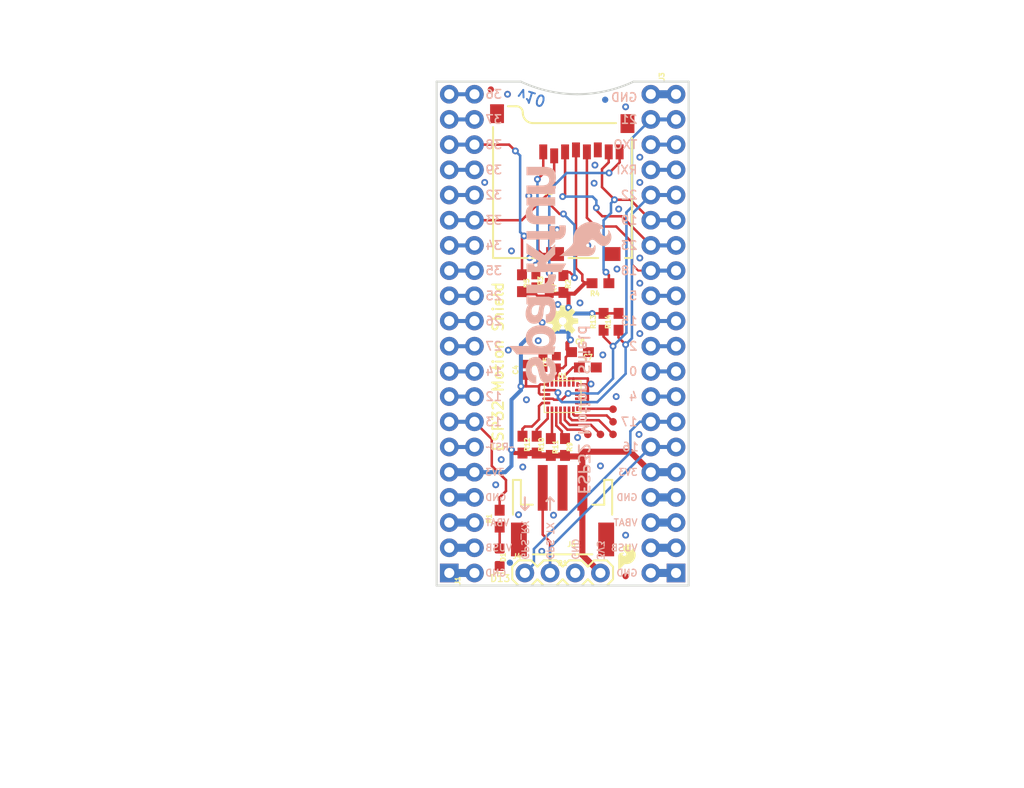
<source format=kicad_pcb>
(kicad_pcb (version 20211014) (generator pcbnew)
  (layers (0 "F.Cu" signal) (31 "B.Cu" signal) (34 "B.Paste" user) (35 "F.Paste" user) (36 "B.SilkS" user "B.Silkscreen") (37 "F.SilkS" user "F.Silkscreen") (38 "B.Mask" user) (39 "F.Mask" user) (44 "Edge.Cuts" user))
  (net 0 "")
  (net 1 "3.3V")
  (net 2 "GND")
  (net 3 "SD_DI")
  (net 4 "SD_SCK")
  (net 5 "SD_DO")
  (net 6 "N$1")
  (net 7 "GPS_RX")
  (net 8 "GPS_TX")
  (net 9 "SD_CS")
  (net 10 "V_BATT")
  (net 11 "VUSB")
  (net 12 "N$15")
  (net 13 "N$17")
  (net 14 "N$18")
  (net 15 "N$20")
  (net 16 "N$21")
  (net 17 "N$22")
  (net 18 "N$23")
  (net 19 "N$32")
  (net 20 "N$33")
  (net 21 "N$38")
  (net 22 "N$40")
  (net 23 "N$41")
  (net 24 "N$42")
  (net 25 "N$9")
  (net 26 "N$10")
  (net 27 "CAP")
  (net 28 "C1")
  (net 29 "SDA")
  (net 30 "SCL")
  (net 31 "SDO_A/G")
  (net 32 "CS_A/G")
  (net 33 "SDO_M")
  (net 34 "CS_M")
  (net 35 "INT1_A/G")
  (net 36 "INT2_A/G")
  (net 37 "DEN_A/G")
  (net 38 "DRDY_M")
  (net 39 "INT_M")
  (net 40 "GPS_LED")
  (net 41 "V_BATT_B")
  (net 42 "VUSB_B")
  (net 43 "SD_CD")
  (net 44 "N$2")
  (net 45 "N$3")
  (net 46 "N$4")
  (net 47 "N$5")
  (net 48 "N$6")
  (net 49 "N$7")
  (footprint "boardEagle:SFE_LOGO_FLAME_.1" (layer "F.Cu") (at 153.819225 129.1971)
    (fp_text reference "LOGO3" hide)
    (fp_text value "SFE_LOGO_FLAME.1_INCH" hide)
  )
  (footprint "boardEagle:ESP32_THING_NO_ANT" (layer "F.Cu") (at 135.8011 130.4036)
    (fp_text reference "B1")
    (fp_text value "ESP32_THING_WO_ANT_KEEPOUT")
  )
  (footprint "boardEagle:0603" (layer "F.Cu") (at 145.881725 116.195475 -90)
    (fp_text reference "R10")
    (fp_text value "10k")
  )
  (footprint "boardEagle:0603" (layer "F.Cu") (at 147.310475 116.4336 -90)
    (fp_text reference "R11")
    (fp_text value "10k")
  )
  (footprint "boardEagle:0603" (layer "F.Cu") (at 150.24735 106.868913)
    (fp_text reference "C8")
    (fp_text value "10uF")
  )
  (footprint "boardEagle:PAD.03X.03" (layer "F.Cu") (at 153.5811 113.8936 90)
    (fp_text reference "TP2" hide)
    (fp_text value "TEST-POINT3" hide)
  )
  (footprint "boardEagle:CREATIVE_COMMONS" (layer "F.Cu") (at 112.1029 150.3172)
    (fp_text reference "FRAME1" hide)
    (fp_text value "FRAME-LETTER" hide)
  )
  (footprint "boardEagle:0603" (layer "F.Cu") (at 152.3111 99.9236 180)
    (fp_text reference "R4")
    (fp_text value "10k")
  )
  (footprint "boardEagle:LED-0603" (layer "F.Cu") (at 142.1511 127.5461 -90)
    (fp_text reference "D1")
    (fp_text value "BLUE")
  )
  (footprint "boardEagle:0603" (layer "F.Cu") (at 144.40535 99.9236 -90)
    (fp_text reference "R5")
    (fp_text value "10k")
  )
  (footprint "boardEagle:0603" (layer "F.Cu") (at 144.452975 116.195475 -90)
    (fp_text reference "R12")
    (fp_text value "10k")
  )
  (footprint "boardEagle:0603" (layer "F.Cu") (at 142.1511 123.656725 90)
    (fp_text reference "R1")
    (fp_text value "470")
  )
  (footprint "boardEagle:PAD.03X.03" (layer "F.Cu") (at 151.0411 115.1636 90)
    (fp_text reference "TP4" hide)
    (fp_text value "TEST-POINT3" hide)
  )
  (footprint "boardEagle:0402" (layer "F.Cu") (at 147.8661 107.8611 90)
    (fp_text reference "C5")
    (fp_text value "0.1uF")
  )
  (footprint "boardEagle:0402" (layer "F.Cu") (at 147.151725 100.39985 -90)
    (fp_text reference "R7")
    (fp_text value "100K")
  )
  (footprint "boardEagle:LGA-24-3.5X3" (layer "F.Cu") (at 148.5011 111.3536)
    (fp_text reference "U1")
    (fp_text value "LSM9DS1")
  )
  (footprint "boardEagle:0603" (layer "F.Cu") (at 151.0411 108.416725)
    (fp_text reference "C7")
    (fp_text value "10nF")
  )
  (footprint "boardEagle:0603" (layer "F.Cu") (at 152.6286 103.812975 90)
    (fp_text reference "R13")
    (fp_text value "4.7k")
  )
  (footprint "boardEagle:0603" (layer "F.Cu") (at 148.739225 116.4336 -90)
    (fp_text reference "R9")
    (fp_text value "10k")
  )
  (footprint "boardEagle:0603" (layer "F.Cu") (at 154.136725 103.812975 90)
    (fp_text reference "R14")
    (fp_text value "4.7k")
  )
  (footprint "boardEagle:MICRO-SD-SOCKET" (layer "F.Cu") (at 155.4861 97.3836)
    (fp_text reference "J2")
    (fp_text value "MICRO-SD_CARD_SOCKET")
  )
  (footprint "boardEagle:FIDUCIAL-MICRO" (layer "F.Cu") (at 154.8511 129.4511)
    (fp_text reference "FD1" hide)
    (fp_text value "FIDUCIALUFIDUCIAL" hide)
  )
  (footprint "boardEagle:0402" (layer "F.Cu") (at 144.810162 108.65485 90)
    (fp_text reference "C4")
    (fp_text value "0.1uF")
  )
  (footprint "boardEagle:PAD.03X.03" (layer "F.Cu") (at 152.3111 115.1636 90)
    (fp_text reference "TP5" hide)
    (fp_text value "TEST-POINT3" hide)
  )
  (footprint "boardEagle:1X04" (layer "F.Cu") (at 144.6911 129.1336)
    (fp_text reference "J4")
    (fp_text value "")
  )
  (footprint "boardEagle:PAD.03X.03" (layer "F.Cu") (at 153.5811 115.1636 90)
    (fp_text reference "TP1" hide)
    (fp_text value "TEST-POINT3" hide)
  )
  (footprint "boardEagle:0402" (layer "F.Cu") (at 145.80235 99.685475 -90)
    (fp_text reference "R3")
    (fp_text value "100K")
  )
  (footprint "boardEagle:1X20_NOSILK" (layer "F.Cu") (at 139.6111 129.1336 90)
    (fp_text reference "J1")
    (fp_text value "")
  )
  (footprint "boardEagle:1X20_NOSILK" (layer "F.Cu") (at 157.3911 80.8736 -90)
    (fp_text reference "J3")
    (fp_text value "")
  )
  (footprint "boardEagle:0402" (layer "F.Cu") (at 146.516725 107.8611 90)
    (fp_text reference "C6")
    (fp_text value "0.1uF")
  )
  (footprint "boardEagle:JST-3-SMD" (layer "F.Cu") (at 148.5011 125.3236 180)
    (fp_text reference "J6")
    (fp_text value "3-PIN SMD")
  )
  (footprint "boardEagle:OSHW-LOGO-S" (layer "F.Cu") (at 148.5011 103.7336)
    (fp_text reference "LOGO1" hide)
    (fp_text value "OSHW-LOGOS" hide)
  )
  (footprint "boardEagle:0603" (layer "F.Cu") (at 148.580475 100.002975 -90)
    (fp_text reference "R2")
    (fp_text value "10k")
  )
  (footprint "boardEagle:FIDUCIAL-MICRO" (layer "F.Cu") (at 141.2621 80.39735)
    (fp_text reference "FD2" hide)
    (fp_text value "FIDUCIALUFIDUCIAL" hide)
  )
  (footprint "boardEagle:PAD.03X.03" (layer "F.Cu") (at 153.5811 112.6236 90)
    (fp_text reference "TP3" hide)
    (fp_text value "TEST-POINT3" hide)
  )
  (footprint "boardEagle:SFE_LOGO_NAME_FLAME_.2" (layer "B.Cu") (at 143.1036 110.7186 90)
    (fp_text reference "LOGO2" hide)
    (fp_text value "SFE_LOGO_NAME_FLAME.2_INCH" hide)
  )
  (footprint "boardEagle:FIDUCIAL-MICRO" (layer "B.Cu") (at 152.78735 81.429225 180)
    (fp_text reference "FD3" hide)
    (fp_text value "FIDUCIALUFIDUCIAL" hide)
  )
  (footprint "boardEagle:FIDUCIAL-MICRO" (layer "B.Cu") (at 143.182975 128.101725 180)
    (fp_text reference "FD4" hide)
    (fp_text value "FIDUCIALUFIDUCIAL" hide)
  )
  (gr_line (start 144.6911 121.5136) (end 144.6911 122.7836) (layer "B.SilkS") (width 0.2032))
  (gr_line (start 147.2311 121.5136) (end 146.8501 121.8946) (layer "B.SilkS") (width 0.2032))
  (gr_line (start 147.2311 122.7836) (end 147.2311 121.5136) (layer "B.SilkS") (width 0.2032))
  (gr_line (start 147.2311 121.5136) (end 147.6121 121.8946) (layer "B.SilkS") (width 0.2032))
  (gr_line (start 144.6911 122.7836) (end 144.3101 122.4026) (layer "B.SilkS") (width 0.2032))
  (gr_line (start 144.6911 122.7836) (end 145.0721 122.4026) (layer "B.SilkS") (width 0.2032))
  (gr_arc (start 149.929849 80.873599) (mid 147.042679 80.546374) (end 144.294225 79.6036) (layer "Edge.Cuts") (width 0.2032))
  (gr_line (start 135.8011 79.6036) (end 144.294225 79.6036) (layer "Edge.Cuts") (width 0.2032))
  (gr_line (start 135.8011 79.6036) (end 135.8011 130.4036) (layer "Edge.Cuts") (width 0.2032))
  (gr_line (start 149.92985 80.8736) (end 150.009225 80.8736) (layer "Edge.Cuts") (width 0.2032))
  (gr_line (start 135.8011 130.4036) (end 161.2011 130.4036) (layer "Edge.Cuts") (width 0.2032))
  (gr_line (start 155.64485 79.6036) (end 161.2011 79.6036) (layer "Edge.Cuts") (width 0.2032))
  (gr_line (start 161.2011 130.4036) (end 161.2011 79.6036) (layer "Edge.Cuts") (width 0.2032))
  (gr_arc (start 155.64485 79.6036) (mid 152.896395 80.546375) (end 150.009225 80.8736) (layer "Edge.Cuts") (width 0.2032))
  (gr_text "v10" (at 144.0561 80.14335 -197) (layer "B.Cu") (effects (font (size 1.0795 1.0795) (thickness 0.1905)) (justify left bottom mirror)))
  (gr_text "5" (at 156.1211 101.1936) (layer "B.SilkS") (effects (font (size 0.8636 0.8636) (thickness 0.1524)) (justify left mirror)))
  (gr_text "25" (at 140.6271 101.1936) (layer "B.SilkS") (effects (font (size 0.8636 0.8636) (thickness 0.1524)) (justify right mirror)))
  (gr_text "26" (at 140.6271 103.7336) (layer "B.SilkS") (effects (font (size 0.8636 0.8636) (thickness 0.1524)) (justify right mirror)))
  (gr_text "VUSB" (at 140.642975 126.5936) (layer "B.SilkS") (effects (font (size 0.69088 0.69088) (thickness 0.12192)) (justify right mirror)))
  (gr_text "GND" (at 156.1211 121.5136) (layer "B.SilkS") (effects (font (size 0.69088 0.69088) (thickness 0.12192)) (justify left mirror)))
  (gr_text "VUSB" (at 156.1211 126.5936) (layer "B.SilkS") (effects (font (size 0.69088 0.69088) (thickness 0.12192)) (justify left mirror)))
  (gr_text "14" (at 140.6271 108.8136) (layer "B.SilkS") (effects (font (size 0.8636 0.8636) (thickness 0.1524)) (justify right mirror)))
  (gr_text "3V3" (at 140.6271 118.9736) (layer "B.SilkS") (effects (font (size 0.69088 0.69088) (thickness 0.12192)) (justify right mirror)))
  (gr_text "19" (at 156.1211 93.5736) (layer "B.SilkS") (effects (font (size 0.8636 0.8636) (thickness 0.1524)) (justify left mirror)))
  (gr_text "33" (at 140.6271 93.5736) (layer "B.SilkS") (effects (font (size 0.8636 0.8636) (thickness 0.1524)) (justify right mirror)))
  (gr_text "3V3" (at 152.3111 127.8636 -90) (layer "B.SilkS") (effects (font (size 0.69088 0.69088) (thickness 0.12192)) (justify left mirror)))
  (gr_text "GND" (at 156.1211 129.1336) (layer "B.SilkS") (effects (font (size 0.69088 0.69088) (thickness 0.12192)) (justify left mirror)))
  (gr_text "38" (at 140.6271 85.9536) (layer "B.SilkS") (effects (font (size 0.8636 0.8636) (thickness 0.1524)) (justify right mirror)))
  (gr_text "2" (at 156.1211 106.2736) (layer "B.SilkS") (effects (font (size 0.8636 0.8636) (thickness 0.1524)) (justify left mirror)))
  (gr_text "17" (at 156.1211 113.8936) (layer "B.SilkS") (effects (font (size 0.8636 0.8636) (thickness 0.1524)) (justify left mirror)))
  (gr_text "GPS_RX" (at 144.6911 127.8636 -90) (layer "B.SilkS") (effects (font (size 0.69088 0.69088) (thickness 0.12192)) (justify left mirror)))
  (gr_text "21" (at 156.1211 83.4136) (layer "B.SilkS") (effects (font (size 0.8636 0.8636) (thickness 0.1524)) (justify left mirror)))
  (gr_text "37" (at 140.6271 83.4136) (layer "B.SilkS") (effects (font (size 0.8636 0.8636) (thickness 0.1524)) (justify right mirror)))
  (gr_text "0" (at 156.1211 108.8136) (layer "B.SilkS") (effects (font (size 0.8636 0.8636) (thickness 0.1524)) (justify left mirror)))
  (gr_text "RXI" (at 156.1211 88.4936) (layer "B.SilkS") (effects (font (size 0.8636 0.8636) (thickness 0.1524)) (justify left mirror)))
  (gr_text "ESP32 Motion Shield" (at 149.99335 112.671225 -90) (layer "B.SilkS") (effects (font (size 1.0795 1.0795) (thickness 0.1905)) (justify bottom mirror)))
  (gr_text "13" (at 140.6271 113.8936) (layer "B.SilkS") (effects (font (size 0.8636 0.8636) (thickness 0.1524)) (justify right mirror)))
  (gr_text "18" (at 156.1211 98.6536) (layer "B.SilkS") (effects (font (size 0.8636 0.8636) (thickness 0.1524)) (justify left mirror)))
  (gr_text "32" (at 140.6271 91.0336) (layer "B.SilkS") (effects (font (size 0.8636 0.8636) (thickness 0.1524)) (justify right mirror)))
  (gr_text "22" (at 156.1211 91.0336) (layer "B.SilkS") (effects (font (size 0.8636 0.8636) (thickness 0.1524)) (justify left mirror)))
  (gr_text "34" (at 140.6271 96.1136) (layer "B.SilkS") (effects (font (size 0.8636 0.8636) (thickness 0.1524)) (justify right mirror)))
  (gr_text "23" (at 156.1211 96.1136) (layer "B.SilkS") (effects (font (size 0.8636 0.8636) (thickness 0.1524)) (justify left mirror)))
  (gr_text "GPS_TX" (at 147.2311 127.8636 -90) (layer "B.SilkS") (effects (font (size 0.69088 0.69088) (thickness 0.12192)) (justify left mirror)))
  (gr_text "3V3" (at 156.1211 118.9736) (layer "B.SilkS") (effects (font (size 0.69088 0.69088) (thickness 0.12192)) (justify left mirror)))
  (gr_text "4" (at 156.1211 111.3536) (layer "B.SilkS") (effects (font (size 0.8636 0.8636) (thickness 0.1524)) (justify left mirror)))
  (gr_text "15" (at 156.1211 103.7336) (layer "B.SilkS") (effects (font (size 0.8636 0.8636) (thickness 0.1524)) (justify left mirror)))
  (gr_text "12" (at 140.6271 111.3536) (layer "B.SilkS") (effects (font (size 0.8636 0.8636) (thickness 0.1524)) (justify right mirror)))
  (gr_text "35" (at 140.6271 98.6536) (layer "B.SilkS") (effects (font (size 0.8636 0.8636) (thickness 0.1524)) (justify right mirror)))
  (gr_text "VBAT" (at 140.6271 124.0536) (layer "B.SilkS") (effects (font (size 0.69088 0.69088) (thickness 0.12192)) (justify right mirror)))
  (gr_text "GND" (at 140.6271 129.1336) (layer "B.SilkS") (effects (font (size 0.69088 0.69088) (thickness 0.12192)) (justify right mirror)))
  (gr_text "16" (at 156.2608 116.4336) (layer "B.SilkS") (effects (font (size 0.8636 0.8636) (thickness 0.1524)) (justify left mirror)))
  (gr_text "TXO" (at 156.1211 85.9536) (layer "B.SilkS") (effects (font (size 0.8636 0.8636) (thickness 0.1524)) (justify left mirror)))
  (gr_text "GND" (at 140.6271 121.5136) (layer "B.SilkS") (effects (font (size 0.69088 0.69088) (thickness 0.12192)) (justify right mirror)))
  (gr_text "36" (at 140.6271 80.8736) (layer "B.SilkS") (effects (font (size 0.8636 0.8636) (thickness 0.1524)) (justify right mirror)))
  (gr_text "VBAT" (at 156.1211 124.0536) (layer "B.SilkS") (effects (font (size 0.69088 0.69088) (thickness 0.12192)) (justify left mirror)))
  (gr_text "GND" (at 156.1211 81.1911) (layer "B.SilkS") (effects (font (size 0.8636 0.8636) (thickness 0.1524)) (justify left mirror)))
  (gr_text "39" (at 140.6271 88.4936) (layer "B.SilkS") (effects (font (size 0.8636 0.8636) (thickness 0.1524)) (justify right mirror)))
  (gr_text "~RST~" (at 140.6271 116.4336) (layer "B.SilkS") (effects (font (size 0.69088 0.69088) (thickness 0.12192)) (justify right mirror)))
  (gr_text "27" (at 140.6271 106.2736) (layer "B.SilkS") (effects (font (size 0.8636 0.8636) (thickness 0.1524)) (justify right mirror)))
  (gr_text "GND" (at 149.7711 127.8636 -90) (layer "B.SilkS") (effects (font (size 0.69088 0.69088) (thickness 0.12192)) (justify left mirror)))
  (gr_text "ESP32 Motion Shield" (at 142.62735 108.33735 90) (layer "F.SilkS") (effects (font (size 1.0795 1.0795) (thickness 0.1905)) (justify bottom)))
  (gr_text "D13" (at 141.119225 130.0861) (layer "F.SilkS") (effects (font (size 0.69088 0.69088) (thickness 0.12192)) (justify left bottom)))
  (segment (start 148.97735 105.9561) (end 148.97735 106.5911) (width 0.4064) (layer "F.Cu") (net 1))
  (segment (start 143.663196 117.045475) (end 143.344225 116.726504) (width 0.4064) (layer "F.Cu") (net 1))
  (segment (start 147.8561 109.29985) (end 148.02485 109.1311) (width 0.254) (layer "F.Cu") (net 1))
  (segment (start 146.11985 110.321725) (end 144.810162 110.321725) (width 0.254) (layer "F.Cu") (net 1))
  (segment (start 150.485475 99.66235) (end 150.746725 99.9236) (width 0.254) (layer "F.Cu") (net 1))
  (segment (start 149.690475 100.97985) (end 150.746725 99.9236) (width 0.4064) (layer "F.Cu") (net 1))
  (segment (start 148.2861 110.1286) (end 148.2861 109.39235) (width 0.254) (layer "F.Cu") (net 1))
  (segment (start 144.810162 110.321725) (end 144.810162 109.23485) (width 0.254) (layer "F.Cu") (net 1))
  (segment (start 145.80235 100.265475) (end 145.80235 101.03485) (width 0.254) (layer "F.Cu") (net 1))
  (segment (start 148.2861 109.39235) (end 148.02485 109.1311) (width 0.254) (layer "F.Cu") (net 1))
  (segment (start 150.4911 127.3136) (end 152.3111 129.1336) (width 0.6096) (layer "F.Cu") (net 1))
  (segment (start 144.452975 117.045475) (end 143.663196 117.045475) (width 0.4064) (layer "F.Cu") (net 1))
  (segment (start 146.11985 110.321725) (end 146.11985 111.008963) (width 0.254) (layer "F.Cu") (net 1))
  (segment (start 148.5011 108.4961) (end 147.9211 108.4961) (width 0.254) (layer "F.Cu") (net 1))
  (segment (start 145.80235 101.03485) (end 144.6666 101.03485) (width 0.254) (layer "F.Cu") (net 1))
  (segment (start 150.746725 99.9236) (end 151.4611 99.9236) (width 0.4064) (layer "F.Cu") (net 1))
  (segment (start 151.494225 102.962975) (end 151.477662 102.979538) (width 0.254) (layer "F.Cu") (net 1))
  (segment (start 154.136725 102.962975) (end 152.6286 102.962975) (width 0.254) (layer "F.Cu") (net 1))
  (segment (start 148.02485 109.1311) (end 148.02485 108.59985) (width 0.254) (layer "F.Cu") (net 1))
  (segment (start 149.255162 106.868913) (end 149.39735 106.868913) (width 0.4064) (layer "F.Cu") (net 1))
  (segment (start 149.29485 105.6386) (end 148.97735 105.9561) (width 0.4064) (layer "F.Cu") (net 1))
  (segment (start 147.151725 100.97985) (end 149.096412 100.97985) (width 0.4064) (layer "F.Cu") (net 1))
  (segment (start 150.4911 120.5536) (end 150.485475 120.547975) (width 0.6096) (layer "F.Cu") (net 1))
  (segment (start 150.24735 117.3861) (end 148.841725 117.3861) (width 0.6096) (layer "F.Cu") (net 1))
  (segment (start 144.452975 117.045475) (end 145.881725 117.045475) (width 0.6096) (layer "F.Cu") (net 1))
  (segment (start 150.7236 116.90985) (end 150.485475 117.147975) (width 0.6096) (layer "F.Cu") (net 1))
  (segment (start 148.8186 107.38485) (end 148.8186 108.1786) (width 0.254) (layer "F.Cu") (net 1))
  (segment (start 149.8461 98.4111) (end 150.485475 99.050475) (width 0.254) (layer "F.Cu") (net 1))
  (segment (start 155.32735 116.90985) (end 150.7236 116.90985) (width 0.6096) (layer "F.Cu") (net 1))
  (segment (start 148.97735 106.5911) (end 149.255162 106.868913) (width 0.4064) (layer "F.Cu") (net 1))
  (segment (start 149.096412 102.384225) (end 149.096412 100.97985) (width 0.4064) (layer "F.Cu") (net 1))
  (segment (start 146.11985 111.008963) (end 146.249487 111.1386) (width 0.254) (layer "F.Cu") (net 1))
  (segment (start 149.678459 100.967835) (end 149.690475 100.97985) (width 0.254) (layer "F.Cu") (net 1))
  (segment (start 147.8561 110.1286) (end 147.8561 109.29985) (width 0.254) (layer "F.Cu") (net 1))
  (segment (start 146.11985 117.2836) (end 147.310475 117.2836) (width 0.6096) (layer "F.Cu") (net 1))
  (segment (start 146.11985 110.267307) (end 146.11985 110.321725) (width 0.254) (layer "F.Cu") (net 1))
  (segment (start 144.6666 101.03485) (end 144.40535 100.7736) (width 0.254) (layer "F.Cu") (net 1))
  (segment (start 150.485475 99.050475) (end 150.485475 99.66235) (width 0.254) (layer "F.Cu") (net 1))
  (segment (start 145.881725 117.045475) (end 145.881725 117.147975) (width 0.254) (layer "F.Cu") (net 1))
  (segment (start 146.9961 110.1286) (end 146.258556 110.1286) (width 0.254) (layer "F.Cu") (net 1))
  (segment (start 152.6286 102.962975) (end 151.494225 102.962975) (width 0.254) (layer "F.Cu") (net 1))
  (segment (start 145.881725 117.045475) (end 146.11985 117.2836) (width 0.6096) (layer "F.Cu") (net 1))
  (segment (start 148.739225 117.2836) (end 147.310475 117.2836) (width 0.6096) (layer "F.Cu") (net 1))
  (segment (start 146.937975 101.1936) (end 147.151725 100.97985) (width 0.4064) (layer "F.Cu") (net 1))
  (segment (start 149.39735 106.868913) (end 149.334537 106.868913) (width 0.254) (layer "F.Cu") (net 1))
  (segment (start 148.8186 108.1786) (end 148.5011 108.4961) (width 0.254) (layer "F.Cu") (net 1))
  (segment (start 149.334537 106.868913) (end 148.8186 107.38485) (width 0.254) (layer "F.Cu") (net 1))
  (segment (start 148.695334 100.967835) (end 149.678459 100.967835) (width 0.254) (layer "F.Cu") (net 1))
  (segment (start 150.485475 120.547975) (end 150.485475 117.147975) (width 0.6096) (layer "F.Cu") (net 1))
  (segment (start 146.249487 111.1386) (end 147.0261 111.1386) (width 0.254) (layer "F.Cu") (net 1))
  (segment (start 147.9211 108.4961) (end 147.8661 108.4411) (width 0.254) (layer "F.Cu") (net 1))
  (segment (start 149.8461 86.4836) (end 149.8461 98.4111) (width 0.254) (layer "F.Cu") (net 1))
  (segment (start 150.485475 117.147975) (end 150.24735 117.3861) (width 0.6096) (layer "F.Cu") (net 1))
  (segment (start 146.258556 110.1286) (end 146.11985 110.267307) (width 0.254) (layer "F.Cu") (net 1))
  (segment (start 145.80235 101.03485) (end 145.9611 101.1936) (width 0.254) (layer "F.Cu") (net 1))
  (segment (start 148.841725 117.3861) (end 148.739225 117.2836) (width 0.6096) (layer "F.Cu") (net 1))
  (segment (start 149.096412 100.97985) (end 149.690475 100.97985) (width 0.4064) (layer "F.Cu") (net 1))
  (segment (start 144.810162 110.321725) (end 144.294225 110.321725) (width 0.254) (layer "F.Cu") (net 1))
  (segment (start 148.580475 100.852975) (end 148.695334 100.967835) (width 0.254) (layer "F.Cu") (net 1))
  (segment (start 145.9611 101.1936) (end 146.937975 101.1936) (width 0.254) (layer "F.Cu") (net 1))
  (segment (start 148.02485 108.59985) (end 147.8661 108.4411) (width 0.254) (layer "F.Cu") (net 1))
  (segment (start 150.4911 120.5536) (end 150.4911 127.3136) (width 0.6096) (layer "F.Cu") (net 1))
  (segment (start 157.3911 118.9736) (end 155.32735 116.90985) (width 0.6096) (layer "F.Cu") (net 1))
  (via (at 149.29485 105.6386) (size 0.6858) (drill 0.3302) (layers "F.Cu" "B.Cu") (net 1))
  (via (at 151.477662 102.979538) (size 0.6858) (drill 0.3302) (layers "F.Cu" "B.Cu") (net 1))
  (via (at 149.096412 102.384225) (size 0.6858) (drill 0.3302) (layers "F.Cu" "B.Cu") (net 1))
  (via (at 143.344225 116.726504) (size 0.6858) (drill 0.3302) (layers "F.Cu" "B.Cu") (net 1))
  (via (at 144.294225 110.321725) (size 0.6858) (drill 0.3302) (layers "F.Cu" "B.Cu") (net 1))
  (segment (start 149.096412 104.3686) (end 149.096412 102.979538) (width 0.4064) (layer "B.Cu") (net 1))
  (segment (start 145.603912 104.805163) (end 149.056725 104.805163) (width 0.4064) (layer "B.Cu") (net 1))
  (segment (start 142.710693 118.9736) (end 143.344225 118.340069) (width 0.4064) (layer "B.Cu") (net 1))
  (segment (start 149.096412 104.3686) (end 149.096412 104.84485) (width 0.4064) (layer "B.Cu") (net 1))
  (segment (start 143.344225 111.6686) (end 144.294225 110.7186) (width 0.4064) (layer "B.Cu") (net 1))
  (segment (start 149.096412 102.979538) (end 149.096412 102.384225) (width 0.4064) (layer "B.Cu") (net 1))
  (segment (start 139.6111 118.9736) (end 142.710693 118.9736) (width 0.4064) (layer "B.Cu") (net 1))
  (segment (start 143.344225 118.340069) (end 143.344225 116.726504) (width 0.4064) (layer "B.Cu") (net 1))
  (segment (start 137.0711 118.9736) (end 139.6111 118.9736) (width 0.8128) (layer "B.Cu") (net 1))
  (segment (start 143.344225 116.726504) (end 143.344225 111.6686) (width 0.4064) (layer "B.Cu") (net 1))
  (segment (start 144.294225 110.7186) (end 144.294225 110.321725) (width 0.4064) (layer "B.Cu") (net 1))
  (segment (start 144.294225 110.321725) (end 144.294225 106.11485) (width 0.4064) (layer "B.Cu") (net 1))
  (segment (start 159.9311 118.9736) (end 157.3911 118.9736) (width 0.8128) (layer "B.Cu") (net 1))
  (segment (start 151.477662 102.979538) (end 149.096412 102.979538) (width 0.4064) (layer "B.Cu") (net 1))
  (segment (start 149.096412 104.84485) (end 149.096412 105.440163) (width 0.4064) (layer "B.Cu") (net 1))
  (segment (start 149.096412 104.3686) (end 149.096412 103.89235) (width 0.254) (layer "B.Cu") (net 1))
  (segment (start 144.294225 106.11485) (end 145.603912 104.805163) (width 0.4064) (layer "B.Cu") (net 1))
  (segment (start 149.096412 105.440163) (end 149.29485 105.6386) (width 0.4064) (layer "B.Cu") (net 1))
  (segment (start 149.056725 104.805163) (end 149.096412 104.84485) (width 0.4064) (layer "B.Cu") (net 1))
  (segment (start 149.1461 110.1286) (end 149.1461 109.527975) (width 0.254) (layer "F.Cu") (net 2))
  (segment (start 149.5761 110.1286) (end 149.5761 109.527975) (width 0.254) (layer "F.Cu") (net 2))
  (segment (start 151.0411 111.9986) (end 151.0411 111.5686) (width 0.254) (layer "F.Cu") (net 2))
  (segment (start 151.0411 109.527975) (end 151.0411 110.1286) (width 0.254) (layer "F.Cu") (net 2))
  (segment (start 149.9761 111.1386) (end 151.0411 111.1386) (width 0.254) (layer "F.Cu") (net 2))
  (segment (start 149.9761 111.5686) (end 151.0411 111.5686) (width 0.254) (layer "F.Cu") (net 2))
  (segment (start 149.9761 111.9986) (end 151.0411 111.9986) (width 0.254) (layer "F.Cu") (net 2))
  (segment (start 151.0411 110.7086) (end 151.0411 111.1386) (width 0.254) (layer "F.Cu") (net 2))
  (segment (start 151.0411 110.1286) (end 151.0411 110.7086) (width 0.254) (layer "F.Cu") (net 2))
  (segment (start 150.0061 110.1286) (end 151.0411 110.1286) (width 0.254) (layer "F.Cu") (net 2))
  (segment (start 149.9761 110.7086) (end 151.0411 110.7086) (width 0.254) (layer "F.Cu") (net 2))
  (segment (start 151.0411 111.1386) (end 151.0411 111.5686) (width 0.254) (layer "F.Cu") (net 2))
  (segment (start 149.5761 109.527975) (end 151.0411 109.527975) (width 0.254) (layer "F.Cu") (net 2))
  (segment (start 149.5761 109.527975) (end 149.1461 109.527975) (width 0.254) (layer "F.Cu") (net 2))
  (via (at 150.24735 101.907975) (size 0.6858) (drill 0.3302) (layers "F.Cu" "B.Cu") (net 2))
  (via (at 144.480756 118.449725) (size 0.6858) (drill 0.3302) (layers "F.Cu" "B.Cu") (net 2))
  (via (at 145.087975 91.112975) (size 0.6858) (drill 0.3302) (layers "F.Cu" "B.Cu") (net 2))
  (via (at 147.58035 123.307475) (size 0.6858) (drill 0.3302) (layers "F.Cu" "B.Cu") (net 2))
  (via (at 141.754225 120.2436) (size 0.6858) (drill 0.3302) (layers "F.Cu" "B.Cu") (net 2))
  (via (at 147.945475 94.5261) (size 0.6858) (drill 0.3302) (layers "F.Cu" "B.Cu") (net 2))
  (via (at 154.1526 92.446475) (size 0.6858) (drill 0.3302) (layers "F.Cu" "B.Cu") (net 2))
  (via (at 156.27985 97.3836) (size 0.6858) (drill 0.3302) (layers "F.Cu" "B.Cu") (net 2))
  (via (at 156.200475 115.1636) (size 0.6858) (drill 0.3302) (layers "F.Cu" "B.Cu") (net 2))
  (via (at 144.84985 111.6711) (size 0.6858) (drill 0.3302) (layers "F.Cu" "B.Cu") (net 2))
  (via (at 148.02485 102.066725) (size 0.6858) (drill 0.3302) (layers "F.Cu" "B.Cu") (net 2))
  (via (at 153.977975 98.49485) (size 0.6858) (drill 0.3302) (layers "F.Cu" "B.Cu") (net 2))
  (via (at 151.6761 89.842975) (size 0.6858) (drill 0.3302) (layers "F.Cu" "B.Cu") (net 2))
  (via (at 140.642975 89.7636) (size 0.6858) (drill 0.3302) (layers "F.Cu" "B.Cu") (net 2))
  (via (at 146.397662 126.950788) (size 0.6858) (drill 0.3302) (layers "F.Cu" "B.Cu") (net 2))
  (via (at 153.8986 111.3536) (size 0.6858) (drill 0.3302) (layers "F.Cu" "B.Cu") (net 2))
  (via (at 144.0561 123.25985) (size 0.6858) (drill 0.3302) (layers "F.Cu" "B.Cu") (net 2))
  (via (at 146.040475 105.717975) (size 0.6858) (drill 0.3302) (layers "F.Cu" "B.Cu") (net 2))
  (via (at 156.27985 87.2236) (size 0.6858) (drill 0.3302) (layers "F.Cu" "B.Cu") (net 2))
  (via (at 151.755475 88.01735) (size 0.6858) (drill 0.3302) (layers "F.Cu" "B.Cu") (net 2))
  (via (at 142.30985 117.7036) (size 0.6858) (drill 0.3302) (layers "F.Cu" "B.Cu") (net 2))
  (via (at 146.43735 103.89235) (size 0.6858) (drill 0.3302) (layers "F.Cu" "B.Cu") (net 2))
  (via (at 150.009225 115.4811) (size 0.6858) (drill 0.3302) (layers "F.Cu" "B.Cu") (net 2))
  (via (at 156.27985 99.9236) (size 0.6858) (drill 0.3302) (layers "F.Cu" "B.Cu") (net 2))
  (via (at 156.27985 105.0036) (size 0.6858) (drill 0.3302) (layers "F.Cu" "B.Cu") (net 2))
  (via (at 151.3586 110.0836) (size 0.6858) (drill 0.3302) (layers "F.Cu" "B.Cu") (net 2))
  (via (at 156.27985 89.7636) (size 0.6858) (drill 0.3302) (layers "F.Cu" "B.Cu") (net 2))
  (via (at 152.3111 118.3386) (size 0.6858) (drill 0.3302) (layers "F.Cu" "B.Cu") (net 2))
  (via (at 154.8511 82.1436) (size 0.6858) (drill 0.3302) (layers "F.Cu" "B.Cu") (net 2))
  (via (at 143.341725 96.669225) (size 0.6858) (drill 0.3302) (layers "F.Cu" "B.Cu") (net 2))
  (via (at 145.183225 97.35185) (size 0.6858) (drill 0.3302) (layers "F.Cu" "B.Cu") (net 2))
  (via (at 142.94485 80.8736) (size 0.6858) (drill 0.3302) (layers "F.Cu" "B.Cu") (net 2))
  (via (at 152.549225 107.146725) (size 0.6858) (drill 0.3302) (layers "F.Cu" "B.Cu") (net 2))
  (via (at 143.024225 106.670475) (size 0.6858) (drill 0.3302) (layers "F.Cu" "B.Cu") (net 2))
  (via (at 154.8511 125.3236) (size 0.6858) (drill 0.3302) (layers "F.Cu" "B.Cu") (net 2))
  (via (at 151.0411 96.1136) (size 0.6858) (drill 0.3302) (layers "F.Cu" "B.Cu") (net 2))
  (segment (start 137.0711 121.5136) (end 139.6111 121.5136) (width 0.8128) (layer "B.Cu") (net 2))
  (segment (start 157.3911 80.8736) (end 159.9311 80.8736) (width 0.8128) (layer "B.Cu") (net 2))
  (segment (start 159.9311 129.1336) (end 157.3911 129.1336) (width 0.8128) (layer "B.Cu") (net 2))
  (segment (start 159.9311 121.5136) (end 157.3911 121.5136) (width 0.8128) (layer "B.Cu") (net 2))
  (segment (start 137.0711 129.1336) (end 139.6111 129.1336) (width 0.8128) (layer "B.Cu") (net 2))
  (segment (start 154.454225 93.176725) (end 152.5016 93.176725) (width 0.254) (layer "F.Cu") (net 3))
  (segment (start 148.7461 86.6836) (end 148.7461 90.94735) (width 0.254) (layer "F.Cu") (net 3))
  (segment (start 148.7461 90.94735) (end 148.5011 91.19235) (width 0.254) (layer "F.Cu") (net 3))
  (segment (start 151.89835 92.573475) (end 151.89835 92.319475) (width 0.254) (layer "F.Cu") (net 3))
  (segment (start 152.5016 93.176725) (end 151.89835 92.573475) (width 0.254) (layer "F.Cu") (net 3))
  (segment (start 157.3911 96.1136) (end 154.454225 93.176725) (width 0.254) (layer "F.Cu") (net 3))
  (via (at 148.5011 91.19235) (size 0.6858) (drill 0.3302) (layers "F.Cu" "B.Cu") (net 3))
  (via (at 151.89835 92.319475) (size 0.6858) (drill 0.3302) (layers "F.Cu" "B.Cu") (net 3))
  (segment (start 151.89835 91.576641) (end 151.514059 91.19235) (width 0.254) (layer "B.Cu") (net 3))
  (segment (start 151.514059 91.19235) (end 148.5011 91.19235) (width 0.254) (layer "B.Cu") (net 3))
  (segment (start 151.89835 92.319475) (end 151.89835 91.576641) (width 0.254) (layer "B.Cu") (net 3))
  (segment (start 157.3911 96.1136) (end 159.9311 96.1136) (width 0.4064) (layer "B.Cu") (net 3))
  (segment (start 157.3911 98.6536) (end 156.1211 98.6536) (width 0.2032) (layer "F.Cu") (net 4))
  (segment (start 153.8986 94.2086) (end 151.83485 94.2086) (width 0.254) (layer "F.Cu") (net 4))
  (segment (start 155.4861 95.7961) (end 153.8986 94.2086) (width 0.254) (layer "F.Cu") (net 4))
  (segment (start 150.9461 93.31985) (end 150.9461 86.6836) (width 0.254) (layer "F.Cu") (net 4))
  (segment (start 151.83485 94.2086) (end 150.9461 93.31985) (width 0.254) (layer "F.Cu") (net 4))
  (segment (start 156.1211 98.6536) (end 155.4861 98.0186) (width 0.2032) (layer "F.Cu") (net 4))
  (segment (start 155.4861 98.0186) (end 155.4861 95.7961) (width 0.254) (layer "F.Cu") (net 4))
  (segment (start 159.9311 98.6536) (end 157.3911 98.6536) (width 0.4064) (layer "B.Cu") (net 4))
  (segment (start 153.1611 99.9236) (end 153.1611 99.106725) (width 0.254) (layer "F.Cu") (net 5))
  (segment (start 155.32735 91.50985) (end 153.723975 91.50985) (width 0.254) (layer "F.Cu") (net 5))
  (segment (start 152.46985 88.414225) (end 152.46985 90.23985) (width 0.254) (layer "F.Cu") (net 5))
  (segment (start 152.46985 90.23985) (end 153.723975 91.493975) (width 0.254) (layer "F.Cu") (net 5))
  (segment (start 153.723975 91.493975) (end 153.723975 91.50985) (width 0.254) (layer "F.Cu") (net 5))
  (segment (start 153.1611 99.106725) (end 152.866725 98.81235) (width 0.254) (layer "F.Cu") (net 5))
  (segment (start 153.1461 87.737975) (end 152.46985 88.414225) (width 0.254) (layer "F.Cu") (net 5))
  (segment (start 157.3911 93.5736) (end 155.32735 91.50985) (width 0.254) (layer "F.Cu") (net 5))
  (segment (start 153.1461 87.737975) (end 153.1461 86.6836) (width 0.254) (layer "F.Cu") (net 5))
  (via (at 152.866725 98.81235) (size 0.6858) (drill 0.3302) (layers "F.Cu" "B.Cu") (net 5))
  (via (at 153.723975 91.50985) (size 0.6858) (drill 0.3302) (layers "F.Cu" "B.Cu") (net 5))
  (segment (start 152.6286 93.589475) (end 153.374725 92.84335) (width 0.254) (layer "B.Cu") (net 5))
  (segment (start 153.374725 91.8591) (end 153.723975 91.50985) (width 0.254) (layer "B.Cu") (net 5))
  (segment (start 157.3911 93.5736) (end 159.9311 93.5736) (width 0.4064) (layer "B.Cu") (net 5))
  (segment (start 153.374725 92.84335) (end 153.374725 91.8591) (width 0.254) (layer "B.Cu") (net 5))
  (segment (start 152.6286 98.574225) (end 152.6286 93.589475) (width 0.254) (layer "B.Cu") (net 5))
  (segment (start 152.6286 98.574225) (end 152.866725 98.81235) (width 0.254) (layer "B.Cu") (net 5))
  (segment (start 142.1511 124.506725) (end 142.1511 126.6691) (width 0.254) (layer "F.Cu") (net 6))
  (segment (start 159.9311 113.8936) (end 157.3911 113.8936) (width 0.4064) (layer "B.Cu") (net 7))
  (segment (start 157.3911 113.8936) (end 156.27985 113.8936) (width 0.254) (layer "B.Cu") (net 7))
  (segment (start 155.32735 114.8461) (end 155.32735 116.989225) (width 0.254) (layer "B.Cu") (net 7))
  (segment (start 156.27985 113.8936) (end 155.32735 114.8461) (width 0.254) (layer "B.Cu") (net 7))
  (segment (start 145.603912 128.220788) (end 144.6911 129.1336) (width 0.254) (layer "B.Cu") (net 7))
  (segment (start 155.32735 116.989225) (end 145.603912 126.712663) (width 0.254) (layer "B.Cu") (net 7))
  (segment (start 145.603912 126.712663) (end 145.603912 128.220788) (width 0.254) (layer "B.Cu") (net 7))
  (segment (start 146.4911 125.258288) (end 146.4911 120.5536) (width 0.254) (layer "F.Cu") (net 8))
  (segment (start 147.2311 129.1336) (end 147.2311 125.998288) (width 0.254) (layer "F.Cu") (net 8))
  (segment (start 147.2311 125.998288) (end 146.4911 125.258288) (width 0.254) (layer "F.Cu") (net 8))
  (segment (start 157.3911 116.4336) (end 147.2311 126.5936) (width 0.254) (layer "B.Cu") (net 8))
  (segment (start 159.9311 116.4336) (end 157.3911 116.4336) (width 0.4064) (layer "B.Cu") (net 8))
  (segment (start 147.2311 126.5936) (end 147.2311 129.1336) (width 0.254) (layer "B.Cu") (net 8))
  (segment (start 149.215475 98.81235) (end 149.691725 99.2886) (width 0.254) (layer "F.Cu") (net 9))
  (segment (start 148.1836 92.9386) (end 148.580475 92.9386) (width 0.254) (layer "F.Cu") (net 9))
  (segment (start 144.3736 93.5736) (end 139.6111 93.5736) (width 0.254) (layer "F.Cu") (net 9))
  (segment (start 148.580475 99.152975) (end 148.9211 98.81235) (width 0.254) (layer "F.Cu") (net 9))
  (segment (start 149.691725 99.2886) (end 149.691725 99.367975) (width 0.254) (layer "F.Cu") (net 9))
  (segment (start 146.5961 91.3511) (end 148.1836 92.9386) (width 0.254) (layer "F.Cu") (net 9))
  (segment (start 147.6461 90.3011) (end 146.5961 91.3511) (width 0.254) (layer "F.Cu") (net 9))
  (segment (start 148.9211 98.81235) (end 149.215475 98.81235) (width 0.254) (layer "F.Cu") (net 9))
  (segment (start 147.6461 87.0836) (end 147.6461 90.3011) (width 0.254) (layer "F.Cu") (net 9))
  (segment (start 146.5961 91.3511) (end 144.3736 93.5736) (width 0.254) (layer "F.Cu") (net 9))
  (via (at 149.691725 99.367975) (size 0.6858) (drill 0.3302) (layers "F.Cu" "B.Cu") (net 9))
  (via (at 148.580475 92.9386) (size 0.6858) (drill 0.3302) (layers "F.Cu" "B.Cu") (net 9))
  (segment (start 149.691725 94.04985) (end 148.580475 92.9386) (width 0.254) (layer "B.Cu") (net 9))
  (segment (start 149.691725 99.367975) (end 149.691725 94.04985) (width 0.254) (layer "B.Cu") (net 9))
  (segment (start 137.0711 93.5736) (end 139.6111 93.5736) (width 0.4064) (layer "B.Cu") (net 9))
  (segment (start 159.9311 124.0536) (end 157.3911 124.0536) (width 0.8128) (layer "B.Cu") (net 10))
  (segment (start 159.9311 126.5936) (end 157.3911 126.5936) (width 0.8128) (layer "B.Cu") (net 11))
  (segment (start 137.0711 116.4336) (end 139.6111 116.4336) (width 0.4064) (layer "B.Cu") (net 12))
  (segment (start 137.0711 111.3536) (end 139.6111 111.3536) (width 0.4064) (layer "B.Cu") (net 13))
  (segment (start 137.0711 108.8136) (end 139.6111 108.8136) (width 0.4064) (layer "B.Cu") (net 14))
  (segment (start 137.0711 103.7336) (end 139.6111 103.7336) (width 0.4064) (layer "B.Cu") (net 15))
  (segment (start 137.0711 101.1936) (end 139.6111 101.1936) (width 0.4064) (layer "B.Cu") (net 16))
  (segment (start 137.0711 98.6536) (end 139.6111 98.6536) (width 0.4064) (layer "B.Cu") (net 17))
  (segment (start 137.0711 80.8736) (end 139.6111 80.8736) (width 0.4064) (layer "B.Cu") (net 18))
  (segment (start 159.9311 85.9536) (end 157.3911 85.9536) (width 0.4064) (layer "B.Cu") (net 19))
  (segment (start 159.9311 88.4936) (end 157.3911 88.4936) (width 0.4064) (layer "B.Cu") (net 20))
  (segment (start 159.9311 101.1936) (end 157.3911 101.1936) (width 0.4064) (layer "B.Cu") (net 21))
  (segment (start 159.9311 106.2736) (end 157.3911 106.2736) (width 0.4064) (layer "B.Cu") (net 22))
  (segment (start 159.9311 108.8136) (end 157.3911 108.8136) (width 0.4064) (layer "B.Cu") (net 23))
  (segment (start 159.9311 111.3536) (end 157.3911 111.3536) (width 0.4064) (layer "B.Cu") (net 24))
  (segment (start 146.5461 86.6836) (end 146.5461 88.8611) (width 0.254) (layer "F.Cu") (net 25))
  (segment (start 146.5461 88.8611) (end 145.9611 89.4461) (width 0.254) (layer "F.Cu") (net 25))
  (segment (start 145.80235 99.105475) (end 145.80235 98.097975) (width 0.254) (layer "F.Cu") (net 25))
  (via (at 145.80235 98.097975) (size 0.6858) (drill 0.3302) (layers "F.Cu" "B.Cu") (net 25))
  (via (at 145.9611 89.4461) (size 0.6858) (drill 0.3302) (layers "F.Cu" "B.Cu") (net 25))
  (segment (start 145.9611 97.939225) (end 145.80235 98.097975) (width 0.254) (layer "B.Cu") (net 25))
  (segment (start 145.9611 89.4461) (end 145.9611 97.939225) (width 0.254) (layer "B.Cu") (net 25))
  (segment (start 154.2461 87.749225) (end 153.184225 88.8111) (width 0.254) (layer "F.Cu") (net 26))
  (segment (start 147.151725 99.81985) (end 147.151725 98.891725) (width 0.254) (layer "F.Cu") (net 26))
  (segment (start 154.2461 86.6836) (end 154.2461 87.749225) (width 0.254) (layer "F.Cu") (net 26))
  (via (at 153.184225 88.8111) (size 0.6858) (drill 0.3302) (layers "F.Cu" "B.Cu") (net 26))
  (via (at 147.151725 98.891725) (size 0.6858) (drill 0.3302) (layers "F.Cu" "B.Cu") (net 26))
  (segment (start 153.184225 88.8111) (end 148.897975 88.8111) (width 0.254) (layer "B.Cu") (net 26))
  (segment (start 148.897975 88.8111) (end 147.151725 90.55735) (width 0.254) (layer "B.Cu") (net 26))
  (segment (start 147.151725 90.55735) (end 147.151725 98.891725) (width 0.254) (layer "B.Cu") (net 26))
  (segment (start 148.7161 109.2336) (end 148.7161 110.1286) (width 0.254) (layer "F.Cu") (net 27))
  (segment (start 150.1911 108.416725) (end 149.532975 108.416725) (width 0.254) (layer "F.Cu") (net 27))
  (segment (start 149.532975 108.416725) (end 148.7161 109.2336) (width 0.254) (layer "F.Cu") (net 27))
  (segment (start 146.635787 109.329538) (end 146.516725 109.210475) (width 0.254) (layer "F.Cu") (net 28))
  (segment (start 147.270787 109.329538) (end 146.635787 109.329538) (width 0.254) (layer "F.Cu") (net 28))
  (segment (start 146.516725 109.210475) (end 146.516725 108.4411) (width 0.254) (layer "F.Cu") (net 28))
  (segment (start 147.4261 109.48485) (end 147.270787 109.329538) (width 0.254) (layer "F.Cu") (net 28))
  (segment (start 147.4261 110.1286) (end 147.4261 109.48485) (width 0.254) (layer "F.Cu") (net 28))
  (segment (start 147.525475 111.5686) (end 147.627975 111.6711) (width 0.254) (layer "F.Cu") (net 29))
  (segment (start 147.525475 111.5686) (end 147.0261 111.5686) (width 0.254) (layer "F.Cu") (net 29))
  (segment (start 146.5834 111.5695) (end 147.0252 111.5695) (width 0.254) (layer "F.Cu") (net 29))
  (segment (start 146.5843 111.5686) (end 146.5834 111.5695) (width 0.254) (layer "F.Cu") (net 29))
  (segment (start 148.421725 111.6711) (end 149.056725 111.0361) (width 0.254) (layer "F.Cu") (net 29))
  (segment (start 152.6286 105.3211) (end 153.5811 106.2736) (width 0.254) (layer "F.Cu") (net 29))
  (segment (start 152.6286 104.662975) (end 152.6286 105.3211) (width 0.254) (layer "F.Cu") (net 29))
  (segment (start 147.0252 111.5695) (end 147.0261 111.5686) (width 0.254) (layer "F.Cu") (net 29))
  (segment (start 147.627975 111.6711) (end 148.421725 111.6711) (width 0.254) (layer "F.Cu") (net 29))
  (via (at 153.5811 106.2736) (size 0.6858) (drill 0.3302) (layers "F.Cu" "B.Cu") (net 29))
  (via (at 149.056725 111.0361) (size 0.6858) (drill 0.3302) (layers "F.Cu" "B.Cu") (net 29))
  (segment (start 153.5811 109.527975) (end 153.5811 106.2736) (width 0.254) (layer "B.Cu") (net 29))
  (segment (start 153.5811 106.2736) (end 154.930475 104.924225) (width 0.254) (layer "B.Cu") (net 29))
  (segment (start 154.930475 92.77985) (end 154.930475 104.924225) (width 0.254) (layer "B.Cu") (net 29))
  (segment (start 157.3911 83.4136) (end 155.4861 85.3186) (width 0.254) (layer "B.Cu") (net 29))
  (segment (start 159.9311 83.4136) (end 157.3911 83.4136) (width 0.4064) (layer "B.Cu") (net 29))
  (segment (start 155.4861 92.224225) (end 154.930475 92.77985) (width 0.254) (layer "B.Cu") (net 29))
  (segment (start 155.4861 85.3186) (end 155.4861 92.224225) (width 0.254) (layer "B.Cu") (net 29))
  (segment (start 152.072975 111.0361) (end 153.5811 109.527975) (width 0.254) (layer "B.Cu") (net 29))
  (segment (start 149.056725 111.0361) (end 152.072975 111.0361) (width 0.254) (layer "B.Cu") (net 29))
  (segment (start 148.02485 110.956725) (end 147.774025 110.7059) (width 0.254) (layer "F.Cu") (net 30))
  (segment (start 154.136725 104.662975) (end 154.136725 105.400475) (width 0.254) (layer "F.Cu") (net 30))
  (segment (start 147.0234 110.7059) (end 147.0261 110.7086) (width 0.254) (layer "F.Cu") (net 30))
  (segment (start 154.136725 105.400475) (end 154.8511 106.11485) (width 0.254) (layer "F.Cu") (net 30))
  (segment (start 146.5834 110.7059) (end 147.0234 110.7059) (width 0.254) (layer "F.Cu") (net 30))
  (segment (start 147.774025 110.7059) (end 147.0234 110.7059) (width 0.254) (layer "F.Cu") (net 30))
  (via (at 154.8511 106.11485) (size 0.6858) (drill 0.3302) (layers "F.Cu" "B.Cu") (net 30))
  (via (at 148.02485 110.956725) (size 0.6858) (drill 0.3302) (layers "F.Cu" "B.Cu") (net 30))
  (segment (start 148.421725 111.909225) (end 151.9936 111.909225) (width 0.254) (layer "B.Cu") (net 30))
  (segment (start 154.8511 106.11485) (end 154.8511 109.051725) (width 0.254) (layer "B.Cu") (net 30))
  (segment (start 159.9311 91.0336) (end 157.3911 91.0336) (width 0.4064) (layer "B.Cu") (net 30))
  (segment (start 148.02485 110.956725) (end 148.02485 111.51235) (width 0.254) (layer "B.Cu") (net 30))
  (segment (start 155.4861 105.47985) (end 154.8511 106.11485) (width 0.254) (layer "B.Cu") (net 30))
  (segment (start 154.8511 109.051725) (end 151.9936 111.909225) (width 0.254) (layer "B.Cu") (net 30))
  (segment (start 157.3911 91.0336) (end 155.4861 92.9386) (width 0.254) (layer "B.Cu") (net 30))
  (segment (start 155.4861 92.9386) (end 155.4861 105.47985) (width 0.254) (layer "B.Cu") (net 30))
  (segment (start 148.02485 111.51235) (end 148.421725 111.909225) (width 0.254) (layer "B.Cu") (net 30))
  (segment (start 144.452975 114.607975) (end 144.452975 115.345475) (width 0.254) (layer "F.Cu") (net 31))
  (segment (start 147.0261 111.9986) (end 146.42735 111.9986) (width 0.254) (layer "F.Cu") (net 31))
  (segment (start 145.405475 114.36985) (end 144.6911 114.36985) (width 0.254) (layer "F.Cu") (net 31))
  (segment (start 146.11985 112.3061) (end 146.11985 113.655475) (width 0.254) (layer "F.Cu") (net 31))
  (segment (start 144.6911 114.36985) (end 144.452975 114.607975) (width 0.254) (layer "F.Cu") (net 31))
  (segment (start 146.42735 111.9986) (end 146.11985 112.3061) (width 0.254) (layer "F.Cu") (net 31))
  (segment (start 146.11985 113.655475) (end 145.405475 114.36985) (width 0.254) (layer "F.Cu") (net 31))
  (segment (start 147.4261 112.5786) (end 147.4261 115.467975) (width 0.254) (layer "F.Cu") (net 32))
  (segment (start 147.4261 115.467975) (end 147.310475 115.5836) (width 0.254) (layer "F.Cu") (net 32))
  (segment (start 146.9961 113.572975) (end 145.881725 114.68735) (width 0.254) (layer "F.Cu") (net 33))
  (segment (start 146.9961 112.5786) (end 146.9961 113.572975) (width 0.254) (layer "F.Cu") (net 33))
  (segment (start 145.881725 114.68735) (end 145.881725 115.345475) (width 0.254) (layer "F.Cu") (net 33))
  (segment (start 148.421725 115.2661) (end 148.739225 115.5836) (width 0.254) (layer "F.Cu") (net 34))
  (segment (start 147.8561 114.280475) (end 148.421725 114.8461) (width 0.254) (layer "F.Cu") (net 34))
  (segment (start 147.8561 112.5786) (end 147.8561 114.280475) (width 0.254) (layer "F.Cu") (net 34))
  (segment (start 148.421725 114.8461) (end 148.421725 115.2661) (width 0.254) (layer "F.Cu") (net 34))
  (segment (start 152.15235 113.73485) (end 153.5811 115.1636) (width 0.254) (layer "F.Cu") (net 35))
  (segment (start 149.1461 113.42735) (end 149.4536 113.73485) (width 0.254) (layer "F.Cu") (net 35))
  (segment (start 149.1461 112.5786) (end 149.1461 113.42735) (width 0.254) (layer "F.Cu") (net 35))
  (segment (start 149.4536 113.73485) (end 152.15235 113.73485) (width 0.254) (layer "F.Cu") (net 35))
  (segment (start 149.5761 113.142975) (end 149.691725 113.2586) (width 0.254) (layer "F.Cu") (net 36))
  (segment (start 149.691725 113.2586) (end 152.9461 113.2586) (width 0.254) (layer "F.Cu") (net 36))
  (segment (start 152.9461 113.2586) (end 153.5811 113.8936) (width 0.254) (layer "F.Cu") (net 36))
  (segment (start 149.5761 112.5786) (end 149.5761 113.142975) (width 0.254) (layer "F.Cu") (net 36))
  (segment (start 150.0061 112.5786) (end 153.5361 112.5786) (width 0.254) (layer "F.Cu") (net 37))
  (segment (start 153.5361 112.5786) (end 153.5811 112.6236) (width 0.254) (layer "F.Cu") (net 37))
  (segment (start 148.97735 114.68735) (end 150.56485 114.68735) (width 0.254) (layer "F.Cu") (net 38))
  (segment (start 148.2861 113.9961) (end 148.97735 114.68735) (width 0.254) (layer "F.Cu") (net 38))
  (segment (start 150.56485 114.68735) (end 151.0411 115.1636) (width 0.254) (layer "F.Cu") (net 38))
  (segment (start 148.2861 112.5786) (end 148.2861 113.9961) (width 0.254) (layer "F.Cu") (net 38))
  (segment (start 151.3586 114.2111) (end 152.3111 115.1636) (width 0.254) (layer "F.Cu") (net 39))
  (segment (start 148.7161 112.5786) (end 148.7161 113.711725) (width 0.254) (layer "F.Cu") (net 39))
  (segment (start 149.215475 114.2111) (end 151.3586 114.2111) (width 0.254) (layer "F.Cu") (net 39))
  (segment (start 148.7161 113.711725) (end 149.215475 114.2111) (width 0.254) (layer "F.Cu") (net 39))
  (segment (start 142.1511 121.5136) (end 142.7861 120.8786) (width 0.254) (layer "F.Cu") (net 40))
  (segment (start 142.1511 122.806725) (end 142.1511 121.5136) (width 0.254) (layer "F.Cu") (net 40))
  (segment (start 142.7861 119.76735) (end 141.35735 118.3386) (width 0.254) (layer "F.Cu") (net 40))
  (segment (start 141.35735 118.3386) (end 141.35735 115.63985) (width 0.254) (layer "F.Cu") (net 40))
  (segment (start 141.35735 115.63985) (end 139.6111 113.8936) (width 0.254) (layer "F.Cu") (net 40))
  (segment (start 142.7861 120.8786) (end 142.7861 119.76735) (width 0.254) (layer "F.Cu") (net 40))
  (segment (start 137.0711 113.8936) (end 139.6111 113.8936) (width 0.4064) (layer "B.Cu") (net 40))
  (segment (start 137.0711 124.0536) (end 139.6111 124.0536) (width 0.8128) (layer "B.Cu") (net 41))
  (segment (start 137.0711 126.5936) (end 139.6111 126.5936) (width 0.8128) (layer "B.Cu") (net 42))
  (segment (start 144.40535 95.367475) (end 144.611725 95.1611) (width 0.254) (layer "F.Cu") (net 43))
  (segment (start 143.1036 85.9536) (end 139.6111 85.9536) (width 0.254) (layer "F.Cu") (net 43))
  (segment (start 147.7361 96.9836) (end 146.434225 96.9836) (width 0.254) (layer "F.Cu") (net 43))
  (segment (start 143.7386 86.5886) (end 143.1036 85.9536) (width 0.254) (layer "F.Cu") (net 43))
  (segment (start 146.434225 96.9836) (end 146.040475 96.58985) (width 0.254) (layer "F.Cu") (net 43))
  (segment (start 144.40535 99.0736) (end 144.40535 95.367475) (width 0.254) (layer "F.Cu") (net 43))
  (segment (start 146.040475 96.58985) (end 146.040475 95.399225) (width 0.254) (layer "F.Cu") (net 43))
  (segment (start 146.040475 95.399225) (end 145.80235 95.1611) (width 0.254) (layer "F.Cu") (net 43))
  (segment (start 145.80235 95.1611) (end 144.611725 95.1611) (width 0.254) (layer "F.Cu") (net 43))
  (via (at 143.7386 86.5886) (size 0.6858) (drill 0.3302) (layers "F.Cu" "B.Cu") (net 43))
  (via (at 144.611725 95.1611) (size 0.6858) (drill 0.3302) (layers "F.Cu" "B.Cu") (net 43))
  (segment (start 144.611725 95.1611) (end 144.21485 94.764225) (width 0.254) (layer "B.Cu") (net 43))
  (segment (start 144.21485 94.764225) (end 144.21485 87.06485) (width 0.254) (layer "B.Cu") (net 43))
  (segment (start 144.21485 87.06485) (end 143.7386 86.5886) (width 0.254) (layer "B.Cu") (net 43))
  (segment (start 137.0711 85.9536) (end 139.6111 85.9536) (width 0.4064) (layer "B.Cu") (net 43))
  (segment (start 157.3911 103.7336) (end 159.9311 103.7336) (width 0.4064) (layer "B.Cu") (net 44))
  (segment (start 137.0711 88.4936) (end 139.6111 88.4936) (width 0.4064) (layer "B.Cu") (net 45))
  (segment (start 137.0711 91.0336) (end 139.6111 91.0336) (width 0.4064) (layer "B.Cu") (net 46))
  (segment (start 137.0711 83.4136) (end 139.6111 83.4136) (width 0.4064) (layer "B.Cu") (net 47))
  (segment (start 137.0711 106.2736) (end 139.6111 106.2736) (width 0.4064) (layer "B.Cu") (net 48))
  (segment (start 137.0711 96.1136) (end 139.6111 96.1136) (width 0.4064) (layer "B.Cu") (net 49))
)
</source>
